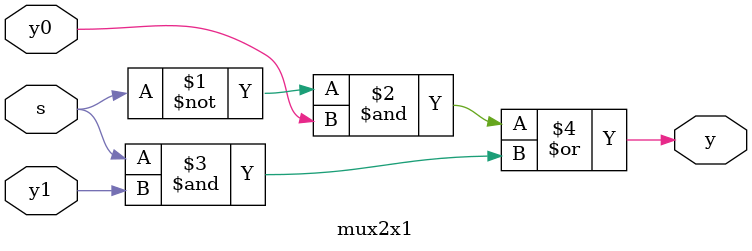
<source format=v>
`timescale 1ns / 1ps

module fa_fs_mux(
  input a,b,cin,
  output s,ca,di,bo
    );
    wire c;
    mux2x1 a1(1,0,cin,c);
    mux_4x1 fa_s({cin,c,c,cin},{a,b},s);
    mux_4x1 fa_c({1'b1,cin,cin,1'b0},{a,b},ca);
    mux_4x1 fs_di({cin,c,c,cin},{a,b},di);
    mux_4x1 fs_bo({cin,0,1,cin},{a,b},bo);
    
endmodule

module mux_4x1(
input [3:0] n,
input [1:0] s,
output y);
wire w1,w2;

assign w1=~s[1];
assign w2=~s[0];
assign y = (w1&w2& n[0])|(w1&s[0]&n[1])|(s[1]&w2&n[2])|(s[1]&s[0]&n[3]);

endmodule

module mux2x1(
input y0,y1,
input s,
output y);
assign y = (~s & y0) | (s & y1);
endmodule
</source>
